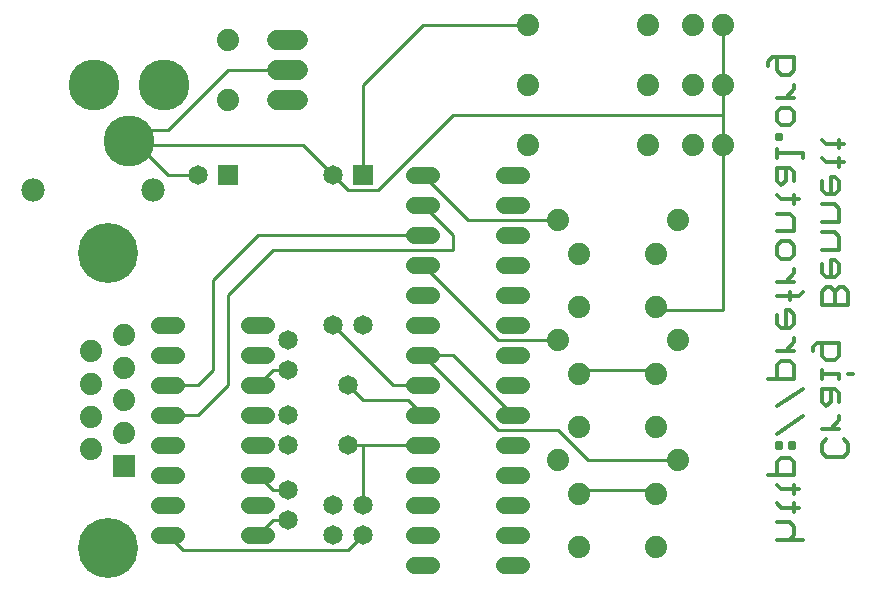
<source format=gbl>
G75*
G70*
%OFA0B0*%
%FSLAX24Y24*%
%IPPOS*%
%LPD*%
%AMOC8*
5,1,8,0,0,1.08239X$1,22.5*
%
%ADD10C,0.0120*%
%ADD11C,0.0560*%
%ADD12R,0.0740X0.0740*%
%ADD13C,0.0740*%
%ADD14C,0.2000*%
%ADD15C,0.0650*%
%ADD16C,0.0680*%
%ADD17R,0.0650X0.0650*%
%ADD18C,0.1700*%
%ADD19C,0.0780*%
%ADD20C,0.0100*%
D10*
X028380Y004098D02*
X029260Y004098D01*
X029260Y004539D01*
X029114Y004685D01*
X028820Y004685D01*
X028673Y004539D01*
X028673Y004098D01*
X028673Y003778D02*
X028820Y003631D01*
X029407Y003631D01*
X029260Y003484D02*
X029260Y003778D01*
X029260Y003164D02*
X029260Y002870D01*
X029407Y003017D02*
X028820Y003017D01*
X028673Y003164D01*
X028673Y002537D02*
X029114Y002537D01*
X029260Y002390D01*
X029260Y002096D01*
X029114Y001950D01*
X029554Y001950D02*
X028673Y001950D01*
X030320Y004712D02*
X030173Y004859D01*
X030173Y005152D01*
X030320Y005299D01*
X030173Y005633D02*
X030760Y005633D01*
X030467Y005633D02*
X030760Y005926D01*
X030760Y006073D01*
X030320Y006400D02*
X030467Y006547D01*
X030467Y006987D01*
X030614Y006987D02*
X030760Y006840D01*
X030760Y006547D01*
X030320Y006400D02*
X030173Y006547D01*
X030173Y006987D01*
X030614Y006987D01*
X030760Y007321D02*
X030760Y007468D01*
X030173Y007468D01*
X030173Y007614D02*
X030173Y007321D01*
X029554Y006987D02*
X028673Y006400D01*
X028673Y005479D02*
X029554Y006066D01*
X030907Y005299D02*
X031054Y005152D01*
X031054Y004859D01*
X030907Y004712D01*
X030320Y004712D01*
X029260Y005019D02*
X029114Y005019D01*
X029114Y005166D01*
X029260Y005166D01*
X029260Y005019D01*
X028820Y005019D02*
X028673Y005019D01*
X028673Y005166D01*
X028820Y005166D01*
X028820Y005019D01*
X028673Y007321D02*
X028673Y007761D01*
X028820Y007908D01*
X029114Y007908D01*
X029260Y007761D01*
X029260Y007321D01*
X028380Y007321D01*
X028673Y008242D02*
X029260Y008242D01*
X028967Y008242D02*
X029260Y008535D01*
X029260Y008682D01*
X029114Y009009D02*
X028820Y009009D01*
X028673Y009156D01*
X028673Y009449D01*
X028967Y009596D02*
X028967Y009009D01*
X029114Y009009D02*
X029260Y009156D01*
X029260Y009449D01*
X029114Y009596D01*
X028967Y009596D01*
X029114Y009930D02*
X029114Y010223D01*
X029407Y010077D02*
X028673Y010077D01*
X029407Y010077D02*
X029554Y010223D01*
X030173Y010217D02*
X030173Y009776D01*
X031054Y009776D01*
X031054Y010217D01*
X030907Y010364D01*
X030760Y010364D01*
X030614Y010217D01*
X030614Y009776D01*
X030614Y010217D02*
X030467Y010364D01*
X030320Y010364D01*
X030173Y010217D01*
X030320Y010697D02*
X030614Y010697D01*
X030760Y010844D01*
X030760Y011137D01*
X030614Y011284D01*
X030467Y011284D01*
X030467Y010697D01*
X030320Y010697D02*
X030173Y010844D01*
X030173Y011137D01*
X030173Y011618D02*
X030760Y011618D01*
X030760Y012058D01*
X030614Y012205D01*
X030173Y012205D01*
X030173Y012539D02*
X030760Y012539D01*
X030760Y012979D01*
X030614Y013126D01*
X030173Y013126D01*
X030320Y013459D02*
X030614Y013459D01*
X030760Y013606D01*
X030760Y013900D01*
X030614Y014047D01*
X030467Y014047D01*
X030467Y013459D01*
X030320Y013459D02*
X030173Y013606D01*
X030173Y013900D01*
X029260Y013913D02*
X029260Y014207D01*
X029114Y014354D01*
X028673Y014354D01*
X028673Y013913D01*
X028820Y013766D01*
X028967Y013913D01*
X028967Y014354D01*
X028673Y014687D02*
X028673Y014981D01*
X028673Y014834D02*
X029554Y014834D01*
X029554Y014687D01*
X030173Y014674D02*
X030320Y014527D01*
X030907Y014527D01*
X030760Y014380D02*
X030760Y014674D01*
X030760Y014994D02*
X030760Y015288D01*
X030907Y015141D02*
X030320Y015141D01*
X030173Y015288D01*
X029260Y015908D02*
X029114Y015761D01*
X028820Y015761D01*
X028673Y015908D01*
X028673Y016202D01*
X028820Y016349D01*
X029114Y016349D01*
X029260Y016202D01*
X029260Y015908D01*
X028820Y015448D02*
X028673Y015448D01*
X028673Y015301D01*
X028820Y015301D01*
X028820Y015448D01*
X028673Y016682D02*
X029260Y016682D01*
X028967Y016682D02*
X029260Y016976D01*
X029260Y017123D01*
X029114Y017450D02*
X028820Y017450D01*
X028673Y017596D01*
X028673Y018037D01*
X028526Y018037D02*
X028380Y017890D01*
X028380Y017743D01*
X028526Y018037D02*
X029260Y018037D01*
X029260Y017596D01*
X029114Y017450D01*
X029260Y013446D02*
X029260Y013153D01*
X029407Y013299D02*
X028820Y013299D01*
X028673Y013446D01*
X028673Y012819D02*
X029114Y012819D01*
X029260Y012672D01*
X029260Y012232D01*
X028673Y012232D01*
X028820Y011898D02*
X029114Y011898D01*
X029260Y011751D01*
X029260Y011458D01*
X029114Y011311D01*
X028820Y011311D01*
X028673Y011458D01*
X028673Y011751D01*
X028820Y011898D01*
X029260Y010984D02*
X029260Y010837D01*
X028967Y010544D01*
X029260Y010544D02*
X028673Y010544D01*
X030026Y008522D02*
X030760Y008522D01*
X030760Y008082D01*
X030614Y007935D01*
X030320Y007935D01*
X030173Y008082D01*
X030173Y008522D01*
X030026Y008522D02*
X029880Y008375D01*
X029880Y008228D01*
X031054Y007468D02*
X031201Y007468D01*
D11*
X020143Y007100D02*
X019583Y007100D01*
X019583Y006100D02*
X020143Y006100D01*
X020143Y005100D02*
X019583Y005100D01*
X019583Y004100D02*
X020143Y004100D01*
X020143Y003100D02*
X019583Y003100D01*
X019583Y002100D02*
X020143Y002100D01*
X020143Y001100D02*
X019583Y001100D01*
X017143Y001100D02*
X016583Y001100D01*
X016583Y002100D02*
X017143Y002100D01*
X017143Y003100D02*
X016583Y003100D01*
X016583Y004100D02*
X017143Y004100D01*
X017143Y005100D02*
X016583Y005100D01*
X016583Y006100D02*
X017143Y006100D01*
X017143Y007100D02*
X016583Y007100D01*
X016583Y008100D02*
X017143Y008100D01*
X017143Y009100D02*
X016583Y009100D01*
X016583Y010100D02*
X017143Y010100D01*
X017143Y011100D02*
X016583Y011100D01*
X016583Y012100D02*
X017143Y012100D01*
X017143Y013100D02*
X016583Y013100D01*
X016583Y014100D02*
X017143Y014100D01*
X019583Y014100D02*
X020143Y014100D01*
X020143Y013100D02*
X019583Y013100D01*
X019583Y012100D02*
X020143Y012100D01*
X020143Y011100D02*
X019583Y011100D01*
X019583Y010100D02*
X020143Y010100D01*
X020143Y009100D02*
X019583Y009100D01*
X019583Y008100D02*
X020143Y008100D01*
X011643Y008100D02*
X011083Y008100D01*
X011083Y007100D02*
X011643Y007100D01*
X011643Y006100D02*
X011083Y006100D01*
X011083Y005100D02*
X011643Y005100D01*
X011643Y004100D02*
X011083Y004100D01*
X011083Y003100D02*
X011643Y003100D01*
X011643Y002100D02*
X011083Y002100D01*
X008643Y002100D02*
X008083Y002100D01*
X008083Y003100D02*
X008643Y003100D01*
X008643Y004100D02*
X008083Y004100D01*
X008083Y005100D02*
X008643Y005100D01*
X008643Y006100D02*
X008083Y006100D01*
X008083Y007100D02*
X008643Y007100D01*
X008643Y008100D02*
X008083Y008100D01*
X008083Y009100D02*
X008643Y009100D01*
X011083Y009100D02*
X011643Y009100D01*
D12*
X006922Y004419D03*
D13*
X005804Y004966D03*
X006922Y005509D03*
X005804Y006057D03*
X006922Y006600D03*
X005804Y007143D03*
X006922Y007691D03*
X005804Y008234D03*
X006922Y008781D03*
X010363Y016600D03*
X010363Y018600D03*
X020363Y019100D03*
X020363Y017100D03*
X020363Y015100D03*
X021363Y012600D03*
X022083Y011490D03*
X022083Y009710D03*
X021363Y008600D03*
X022083Y007490D03*
X024643Y007490D03*
X025363Y008600D03*
X024643Y009710D03*
X024643Y011490D03*
X025363Y012600D03*
X025863Y015100D03*
X026863Y015100D03*
X024363Y015100D03*
X024363Y017100D03*
X025863Y017100D03*
X026863Y017100D03*
X026863Y019100D03*
X025863Y019100D03*
X024363Y019100D03*
X024643Y005710D03*
X025363Y004600D03*
X024643Y003490D03*
X022083Y003490D03*
X021363Y004600D03*
X022083Y005710D03*
X022083Y001710D03*
X024643Y001710D03*
D14*
X006363Y001679D03*
X006363Y011521D03*
D15*
X009363Y014100D03*
X013863Y014100D03*
X013863Y009100D03*
X014863Y009100D03*
X012363Y008600D03*
X012363Y007600D03*
X014363Y007100D03*
X012363Y006100D03*
X012363Y005100D03*
X014363Y005100D03*
X012363Y003600D03*
X012363Y002600D03*
X013863Y002100D03*
X014863Y002100D03*
X014863Y003100D03*
X013863Y003100D03*
D16*
X012703Y016600D02*
X012023Y016600D01*
X012023Y017600D02*
X012703Y017600D01*
X012703Y018600D02*
X012023Y018600D01*
D17*
X010363Y014100D03*
X014863Y014100D03*
D18*
X008257Y017100D03*
X005895Y017100D03*
X007076Y015250D03*
D19*
X007863Y013600D03*
X003863Y013600D03*
D20*
X007076Y015250D02*
X007363Y015100D01*
X012863Y015100D01*
X013863Y014100D01*
X014363Y013600D01*
X015363Y013600D01*
X017863Y016100D01*
X026863Y016100D01*
X026863Y017100D01*
X026863Y019100D01*
X026863Y016100D02*
X026863Y015100D01*
X026863Y009600D01*
X024863Y009600D01*
X024643Y009710D01*
X021363Y008600D02*
X019363Y008600D01*
X016863Y011100D01*
X017863Y011600D02*
X011863Y011600D01*
X010363Y010100D01*
X010363Y007100D01*
X009363Y006100D01*
X008363Y006100D01*
X008363Y007100D02*
X009363Y007100D01*
X009863Y007600D01*
X009863Y010600D01*
X011363Y012100D01*
X016863Y012100D01*
X016863Y013100D02*
X017863Y012100D01*
X017863Y011600D01*
X018363Y012600D02*
X021363Y012600D01*
X018363Y012600D02*
X016863Y014100D01*
X014863Y014100D02*
X014863Y017100D01*
X016863Y019100D01*
X020363Y019100D01*
X012363Y017600D02*
X010363Y017600D01*
X008363Y015600D01*
X007363Y015600D01*
X007076Y015250D01*
X007363Y015100D02*
X008363Y014100D01*
X009363Y014100D01*
X013863Y009100D02*
X015863Y007100D01*
X016863Y007100D01*
X016363Y006600D02*
X014863Y006600D01*
X014363Y007100D01*
X012363Y007600D02*
X011863Y007600D01*
X011363Y007100D01*
X014363Y005100D02*
X014863Y005100D01*
X014863Y003100D01*
X014863Y002100D02*
X014363Y001600D01*
X008863Y001600D01*
X008363Y002100D01*
X011363Y002100D02*
X011863Y002600D01*
X012363Y002600D01*
X012363Y003600D02*
X011863Y003600D01*
X011363Y004100D01*
X014863Y005100D02*
X016863Y005100D01*
X016863Y006100D02*
X016363Y006600D01*
X016863Y008100D02*
X019363Y005600D01*
X021363Y005600D01*
X022363Y004600D01*
X025363Y004600D01*
X024643Y003490D02*
X024363Y003600D01*
X022363Y003600D01*
X022083Y003490D01*
X019863Y006100D02*
X017863Y008100D01*
X016863Y008100D01*
X022083Y007490D02*
X022363Y007600D01*
X024363Y007600D01*
X024643Y007490D01*
M02*

</source>
